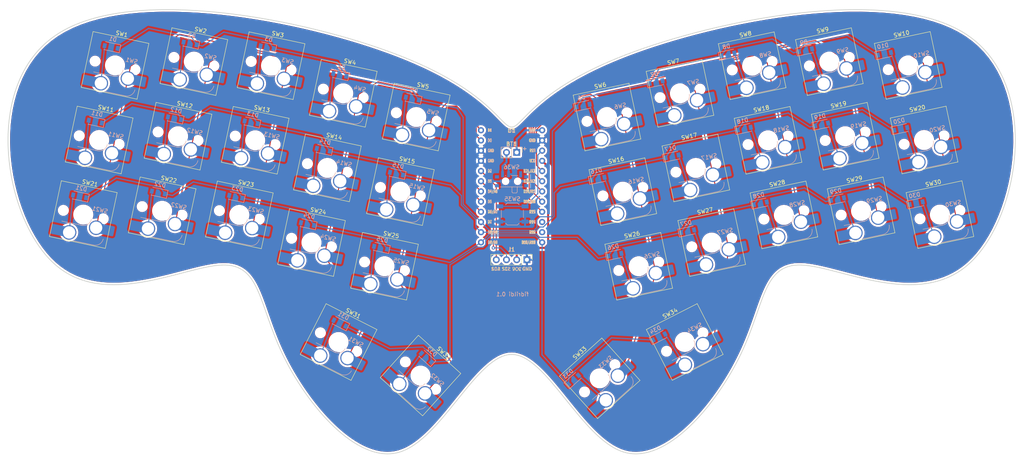
<source format=kicad_pcb>
(kicad_pcb (version 20211014) (generator pcbnew)
  (layers (0 "F.Cu" signal) (31 "B.Cu" signal) (34 "B.Paste" user) (35 "F.Paste" user) (36 "B.SilkS" user "B.Silkscreen") (37 "F.SilkS" user "F.Silkscreen") (38 "B.Mask" user) (39 "F.Mask" user) (44 "Edge.Cuts" user))
  (net 0 "")
  (net 1 "vbatt")
  (net 2 "Net-(BT1-Pad2)")
  (net 3 "row0")
  (net 4 "Net-(D1-Pad2)")
  (net 5 "Net-(D2-Pad2)")
  (net 6 "Net-(D3-Pad2)")
  (net 7 "Net-(D4-Pad2)")
  (net 8 "Net-(D5-Pad2)")
  (net 9 "Net-(D6-Pad2)")
  (net 10 "Net-(D7-Pad2)")
  (net 11 "Net-(D8-Pad2)")
  (net 12 "Net-(D9-Pad2)")
  (net 13 "Net-(D10-Pad2)")
  (net 14 "row1")
  (net 15 "Net-(D11-Pad2)")
  (net 16 "Net-(D12-Pad2)")
  (net 17 "Net-(D13-Pad2)")
  (net 18 "Net-(D14-Pad2)")
  (net 19 "Net-(D15-Pad2)")
  (net 20 "Net-(D16-Pad2)")
  (net 21 "Net-(D17-Pad2)")
  (net 22 "Net-(D18-Pad2)")
  (net 23 "Net-(D19-Pad2)")
  (net 24 "Net-(D20-Pad2)")
  (net 25 "row2")
  (net 26 "Net-(D21-Pad2)")
  (net 27 "Net-(D22-Pad2)")
  (net 28 "Net-(D23-Pad2)")
  (net 29 "Net-(D24-Pad2)")
  (net 30 "Net-(D25-Pad2)")
  (net 31 "Net-(D26-Pad2)")
  (net 32 "Net-(D27-Pad2)")
  (net 33 "Net-(D28-Pad2)")
  (net 34 "Net-(D29-Pad2)")
  (net 35 "Net-(D30-Pad2)")
  (net 36 "row3")
  (net 37 "Net-(D31-Pad2)")
  (net 38 "Net-(D32-Pad2)")
  (net 39 "Net-(D33-Pad2)")
  (net 40 "Net-(D34-Pad2)")
  (net 41 "GND")
  (net 42 "VCC")
  (net 43 "col0")
  (net 44 "col1")
  (net 45 "col2")
  (net 46 "col3")
  (net 47 "col4")
  (net 48 "col5")
  (net 49 "col6")
  (net 50 "col7")
  (net 51 "col8")
  (net 52 "col9")
  (net 53 "reset")
  (net 55 "SCL")
  (net 56 "SDA")
  (footprint "footprints:SW_Hotswap_Kailh_MX_plated_1.00u" (layer "F.Cu") (at 41.156775 93.999341 -12)
    (fp_text reference "SW21")
    (fp_text value "SW_Push")
  )
  (footprint "footprints:SW_Hotswap_Kailh_MX_plated_1.00u" (layer "F.Cu") (at 234.720322 93.064805 12)
    (fp_text reference "SW29")
    (fp_text value "SW_Push")
  )
  (footprint "footprints:SW_Hotswap_Kailh_MX_plated_1.00u" (layer "F.Cu") (at 211.56146 75.49588 12)
    (fp_text reference "SW18")
    (fp_text value "SW_Push")
  )
  (footprint "footprints:battery-reversible" (layer "F.Cu") (at 148.155 76.8125)
    (fp_text reference "BT1")
    (fp_text value "Battery")
  )
  (footprint "footprints:SW_Hotswap_Kailh_MX_plated_1.00u" (layer "F.Cu") (at 190.83 125.74 27)
    (fp_text reference "SW34")
    (fp_text value "SW_Push")
  )
  (footprint "footprints:SW_Hotswap_Kailh_MX_plated_1.00u" (layer "F.Cu") (at 193.600391 82.380645 12)
    (fp_text reference "SW17")
    (fp_text value "SW_Push")
  )
  (footprint "footprints:SW_Hotswap_Kailh_MX_plated_1.00u" (layer "F.Cu") (at 175.43141 88.287262 12)
    (fp_text reference "SW16")
    (fp_text value "SW_Push")
  )
  (footprint "footprints:SW_Hotswap_Kailh_MX_plated_1.00u" (layer "F.Cu") (at 215.511782 94.080684 12)
    (fp_text reference "SW28")
    (fp_text value "SW_Push")
  )
  (footprint "footprints:SW_Hotswap_Kailh_MX_plated_1.00u" (layer "F.Cu") (at 171.481 69.702 12)
    (fp_text reference "SW6")
    (fp_text value "SW_Push")
  )
  (footprint "footprints:SW_Hotswap_Kailh_MX_plated_1.00u" (layer "F.Cu") (at 68.681783 55.889317 -12)
    (fp_text reference "SW2")
    (fp_text value "SW_Push")
  )
  (footprint "footprints:SW_Hotswap_Kailh_MX_plated_1.00u" (layer "F.Cu") (at 120.07005 88.281383 -12)
    (fp_text reference "SW15")
    (fp_text value "SW_Push")
  )
  (footprint "footprints:SW_Hotswap_Kailh_MX_plated_1.00u" (layer "F.Cu") (at 246.44404 56.835612 12)
    (fp_text reference "SW10")
    (fp_text value "SW_Push")
  )
  (footprint "footprints:SW_Hotswap_Kailh_MX_plated_1.50u" (layer "F.Cu") (at 125.46 134.44 -42)
    (fp_text reference "SW32")
    (fp_text value "SW_Push")
  )
  (footprint "footprints:SW_Hotswap_Kailh_MX_plated_1.00u" (layer "F.Cu") (at 254.344685 94.005221 12)
    (fp_text reference "SW30")
    (fp_text value "SW_Push")
  )
  (footprint "footprints:SW_Hotswap_Kailh_MX_plated_1.00u" (layer "F.Cu") (at 97.950747 100.95957 -12)
    (fp_text reference "SW24")
    (fp_text value "SW_Push")
  )
  (footprint "footprints:SW_Hotswap_Kailh_MX_plated_1.00u" (layer "F.Cu") (at 189.650069 63.79584 12)
    (fp_text reference "SW7")
    (fp_text value "SW_Push")
  )
  (footprint "footprints:SW_Hotswap_Kailh_MX_plated_1.00u" (layer "F.Cu") (at 230.77 74.48 12)
    (fp_text reference "SW19")
    (fp_text value "SW_Push")
  )
  (footprint "Connector_PinHeader_2.54mm:PinHeader_1x04_P2.54mm_Vertical" (layer "F.Cu") (at 151.55 105.25 -90)
    (fp_text reference "J1")
    (fp_text value "OLED")
  )
  (footprint "footprints:SW_Hotswap_Kailh_MX_plated_1.00u" (layer "F.Cu") (at 179.381732 106.872066 12)
    (fp_text reference "SW26")
    (fp_text value "SW_Push")
  )
  (footprint "footprints:SW_Hotswap_Kailh_MX_plated_1.00u" (layer "F.Cu") (at 60.781138 93.058926 -12)
    (fp_text reference "SW22")
    (fp_text value "SW_Push")
  )
  (footprint "footprints:SW_Hotswap_Kailh_MX_plated_1.00u" (layer "F.Cu") (at 87.890322 56.905196 -12)
    (fp_text reference "SW3")
    (fp_text value "SW_Push")
  )
  (footprint "footprints:SW_Hotswap_Kailh_MX_plated_1.00u" (layer "F.Cu") (at 49.05742 56.829733 -12)
    (fp_text reference "SW1")
    (fp_text value "SW_Push")
  )
  (footprint "footprints:SW_Hotswap_Kailh_MX_plated_1.00u" (layer "F.Cu") (at 105.851391 63.789961 -12)
    (fp_text reference "SW4")
    (fp_text value "SW_Push")
  )
  (footprint "footprints:SW_Hotswap_Kailh_MX_plated_1.00u" (layer "F.Cu") (at 207.611138 56.911075 12)
    (fp_text reference "SW8")
    (fp_text value "SW_Push")
  )
  (footprint "footprints:SW_Hotswap_Kailh_MX_plated_1.00u" (layer "F.Cu") (at 197.550713 100.965449 12)
    (fp_text reference "SW27")
    (fp_text value "SW_Push")
  )
  (footprint "footprints:SW_Hotswap_Kailh_MX_plated_1.00u" (layer "F.Cu") (at 124.020372 69.696578 -12)
    (fp_text reference "SW5")
    (fp_text value "SW_Push")
  )
  (footprint "footprints:SW_Hotswap_Kailh_MX_plated_1.00u" (layer "F.Cu") (at 64.73146 74.474121 -12)
    (fp_text reference "SW12")
    (fp_text value "SW_Push")
  )
  (footprint "footprints:SW_Hotswap_Kailh_MX_plated_1.00u" (layer "F.Cu") (at 116.119728 106.866187 -12)
    (fp_text reference "SW25")
    (fp_text value "SW_Push")
  )
  (footprint "footprints:SW_Hotswap_Kailh_MX_plated_1.00u" (layer "F.Cu") (at 104.68 125.75 -27)
    (fp_text reference "SW31")
    (fp_text value "SW_Push")
  )
  (footprint "footprints:SW_Hotswap_Kailh_MX_plated_1.00u" (layer "F.Cu") (at 45.107098 75.414537 -12)
    (fp_text reference "SW11")
    (fp_text value "SW_Push")
  )
  (footprint "footprints:SW_Hotswap_Kailh_MX_plated_1.00u" (layer "F.Cu") (at 83.94 75.49 -12)
    (fp_text reference "SW13")
    (fp_text value "SW_Push")
  )
  (footprint "footprints:SW_Hotswap_Kailh_MX_plated_1.00u" (layer "F.Cu") (at 101.901069 82.374765 -12)
    (fp_text reference "SW14")
    (fp_text value "SW_Push")
  )
  (footprint "footprints:SW_Hotswap_Kailh_MX_plated_1.00u" (layer "F.Cu") (at 79.989678 94.074805 -12)
    (fp_text reference "SW23")
    (fp_text value "SW_Push")
  )
  (footprint "footprints:SW_Hotswap_Kailh_MX_plated_1.00u" (layer "F.Cu") (at 226.819678 55.895196 12)
    (fp_text reference "SW9")
    (fp_text value "SW_Push")
  )
  (footprint "footprints:SW_Hotswap_Kailh_MX_plated_1.50u" (layer "F.Cu") (at 170.04 134.44 42)
    (fp_text reference "SW33")
    (fp_text value "SW_Push")
  )
  (footprint "footprints:SW_Hotswap_Kailh_MX_plated_1.00u" (layer "F.Cu") (at 250.394363 75.420416 12)
    (fp_text reference "SW20")
    (fp_text value "SW_Push")
  )
  (footprint "footprints:D_SOD-123_LEFT" (layer "B.Cu") (at 79.09 89.55 168)
    (fp_text reference "D23")
    (fp_text value "1N4148W")
  )
  (footprint "footprints:D_SOD-123_LEFT" (layer "B.Cu") (at 104.99 121.05 153)
    (fp_text reference "D31")
    (fp_text value "1N4148W")
  )
  (footprint "footprints:D_SOD-123_LEFT" (layer "B.Cu") (at 100.89 77.85 168)
    (fp_text reference "D14")
    (fp_text value "1N4148W")
  )
  (footprint "footprints:D_SOD-123_LEFT" (layer "B.Cu") (at 86.89 52.3 168)
    (fp_text reference "D3")
    (fp_text value "1N4148W")
  )
  (footprint "footprints:D_SOD-123_RIGHT" (layer "B.Cu") (at 163.14 135.15 42)
    (fp_text reference "D33")
    (fp_text value "1N4148W")
  )
  (footprint "footprints:D_SOD-123_RIGHT" (layer "B.Cu") (at 201.59 54.1 12)
    (fp_text reference "D8")
    (fp_text value "1N4148W")
  )
  (footprint "footprints:D_SOD-123_RIGHT" (layer "B.Cu") (at 220.89 53.05 12)
    (fp_text reference "D9")
    (fp_text value "1N4148W")
  )
  (footprint "footprints:D_SOD-123_LEFT" (layer "B.Cu") (at 67.74 51.35 168)
    (fp_text reference "D2")
    (fp_text value "1N4148W")
  )
  (footprint "footprints:D_SOD-123_RIGHT" (layer "B.Cu") (at 228.84 90.15 12)
    (fp_text reference "D29")
    (fp_text value "1N4148W")
  )
  (footprint "footprints:D_SOD-123_LEFT" (layer "B.Cu") (at 96.94 96.35 168)
    (fp_text reference "D24")
    (fp_text value "1N4148W")
  )
  (footprint "footprints:D_SOD-123_RIGHT" (layer "B.Cu") (at 224.89 71.55 12)
    (fp_text reference "D19")
    (fp_text value "1N4148W")
  )
  (footprint "footprints:D_SOD-123_RIGHT" (layer "B.Cu") (at 184.44 124.5 27)
    (fp_text reference "D34")
    (fp_text value "1N4148W")
  )
  (footprint "footprints:D_SOD-123_LEFT" (layer "B.Cu") (at 44.14 70.85 168)
    (fp_text reference "D11")
    (fp_text value "1N4148W")
  )
  (footprint "footprints:D_SOD-123_RIGHT" (layer "B.Cu") (at 240.54 53.95 12)
    (fp_text reference "D10")
    (fp_text value "1N4148W")
  )
  (footprint "footprints:D_SOD-123_RIGHT" (layer "B.Cu") (at 244.59 72.65 12)
    (fp_text reference "D20")
    (fp_text value "1N4148W")
  )
  (footprint "footprints:D_SOD-123_LEFT" (layer "B.Cu") (at 40.24 89.45 168)
    (fp_text reference "D21")
    (fp_text value "1N4148W")
  )
  (footprint "footprints:D_SOD-123_RIGHT" (layer "B.Cu") (at 187.69 79.5 12)
    (fp_text reference "D17")
    (fp_text value "1N4148W")
  )
  (footprint "footprints:D_SOD-123_LEFT" (layer "B.Cu") (at 115.14 102.25 168)
    (fp_text reference "D25")
    (fp_text value "1N4148W")
  )
  (footprint "footprints:D_SOD-123_RIGHT" (layer "B.Cu") (at 169.24 85.05 12)
    (fp_text reference "D16")
    (fp_text value "1N4148W")
  )
  (footprint "footprints:D_SOD-123_LEFT" (layer "B.Cu") (at 123.04 65.1 168)
    (fp_text reference "D5")
    (fp_text value "1N4148W")
  )
  (footprint "footprints:D_SOD-123_LEFT" (layer "B.Cu") (at 82.94 71 168)
    (fp_text reference "D13")
    (fp_text value "1N4148W")
  )
  (footprint "footprints:SW_SPDT_PCM12" (layer "B.Cu") (at 147.74 85.375 180)
    (fp_text reference "SW36")
    (fp_text value "SW_SPDT")
  )
  (footprint "footprints:D_SOD-123_RIGHT" (layer "B.Cu") (at 173.44 104 12)
    (fp_text reference "D26")
    (fp_text value "1N4148W")
  )
  (footprint "footprints:D_SOD-123_LEFT" (layer "B.Cu") (at 59.84 88.5 168)
    (fp_text reference "D22")
    (fp_text value "1N4148W")
  )
  (footprint "footprints:D_SOD-123_RIGHT" (layer "B.Cu") (at 248.44 91.15 12)
    (fp_text reference "D30")
    (fp_text value "1N4148W")
  )
  (footprint "footprints:D_SOD-123_LEFT" (layer "B.Cu") (at 126.54 129.65 138)
    (fp_text reference "D32")
    (fp_text value "1N4148W")
  )
  (footprint "footprints:nice-nano" (layer "B.Cu") (at 147.74 87.465 180)
    (fp_text reference "U1")
    (fp_text value "Val**")
  )
  (footprint "footprints:D_SOD-123_LEFT" (layer "B.Cu") (at 48.09 52.25 168)
    (fp_text reference "D1")
    (fp_text value "1N4148W")
  )
  (footprint "footprints:D_SOD-123_RIGHT" (layer "B.Cu") (at 165.54 66.85 12)
    (fp_text reference "D6")
    (fp_text value "1N4148W")
  )
  (footprint "footprints:D_SOD-123_RIGHT" (layer "B.Cu") (at 205.64 72.6 12)
    (fp_text reference "D18")
    (fp_text value "1N4148W")
  )
  (footprint "footprints:D_SOD-123_RIGHT" (layer "B.Cu") (at 209.64 91.2 12)
    (fp_text reference "D28")
    (fp_text value "1N4148W")
  )
  (footprint "footprints:D_SOD-123_LEFT" (layer "B.Cu") (at 104.99 59.2 168)
    (fp_text reference "D4")
    (fp_text value "1N4148W")
  )
  (footprint "Button_Switch_SMD:SW_SPST_TL3342" (layer "B.Cu") (at 147.94 93.85 180)
    (fp_text reference "SW35")
    (fp_text value "SW_Push")
  )
  (footprint "footprints:D_SOD-123_LEFT" (layer "B.Cu") (at 63.84 70 168)
    (fp_text reference "D12")
    (fp_text value "1N4148W")
  )
  (footprint "footprints:D_SOD-123_RIGHT" (layer "B.Cu") (at 183.69 61 12)
    (fp_text reference "D7")
    (fp_text value "1N4148W")
  )
  (footprint "footprints:D_SOD-123_LEFT" (layer "B.Cu") (at 119.09 83.8 168)
    (fp_text reference "D15")
    (fp_text value "1N4148W")
  )
  (footprint "footprints:D_SOD-123_RIGHT" (layer "B.Cu") (at 191.54 98.15 12)
    (fp_text reference "D27")
    (fp_text value "1N4148W")
  )
  (gr_curve (pts (xy 147.762176 72.199752) (xy 145.080686 72.199822) (xy 142.398426 63.093382) (xy 119.471856 54.228002)) (layer "Edge.Cuts") (width 0.2))
  (gr_curve (pts (xy 147.762196 128.840202) (xy 156.452876 128.840292) (xy 165.143276 150.068002) (xy 175.724036 153.189542)) (layer "Edge.Cuts") (width 0.2))
  (gr_curve (pts (xy 119.800266 153.189552) (xy 130.381026 150.068002) (xy 139.071516 128.840112) (xy 147.762196 128.840202)) (layer "Edge.Cuts") (width 0.2))
  (gr_curve (pts (xy 90.753326 128.806422) (xy 96.749426 141.326852) (xy 109.219516 156.311092) (xy 119.800266 153.189552)) (layer "Edge.Cuts") (width 0.2))
  (gr_curve (pts (xy 261.576586 106.275552) (xy 274.161756 94.930552) (xy 279.740796 61.519332) (xy 260.944616 49.126902)) (layer "Edge.Cuts") (width 0.2))
  (gr_curve (pts (xy 33.947726 106.275552) (xy 46.532906 117.620552) (xy 66.123036 106.897982) (xy 75.679486 106.564362)) (layer "Edge.Cuts") (width 0.2))
  (gr_curve (pts (xy 219.844826 106.564362) (xy 229.401276 106.897982) (xy 248.991406 117.620552) (xy 261.576586 106.275552)) (layer "Edge.Cuts") (width 0.2))
  (gr_curve (pts (xy 260.944616 49.126902) (xy 242.148436 36.734482) (xy 198.979026 45.362622) (xy 176.052106 54.229192)) (layer "Edge.Cuts") (width 0.2))
  (gr_curve (pts (xy 175.724036 153.189542) (xy 186.304796 156.311092) (xy 198.774886 141.326852) (xy 204.770986 128.806422)) (layer "Edge.Cuts") (width 0.2))
  (gr_curve (pts (xy 119.471856 54.228002) (xy 96.545286 45.362622) (xy 53.375876 36.734482) (xy 34.579696 49.126902)) (layer "Edge.Cuts") (width 0.2))
  (gr_curve (pts (xy 176.052106 54.229192) (xy 153.125186 63.095762) (xy 150.443676 72.199682) (xy 147.762176 72.199752)) (layer "Edge.Cuts") (width 0.2))
  (gr_line (start 175.724036 153.189542) (end 175.724036 153.189542) (layer "Edge.Cuts") (width 0.2))
  (gr_curve (pts (xy 204.770986 128.806422) (xy 210.767086 116.285992) (xy 210.288386 106.230742) (xy 219.844826 106.564362)) (layer "Edge.Cuts") (width 0.2))
  (gr_curve (pts (xy 75.679486 106.564362) (xy 85.235926 106.230742) (xy 84.757226 116.285992) (xy 90.753326 128.806422)) (layer "Edge.Cuts") (width 0.2))
  (gr_curve (pts (xy 34.579696 49.126902) (xy 15.783512 61.519332) (xy 21.362552 94.930552) (xy 33.947726 106.275552)) (layer "Edge.Cuts") (width 0.2))
  (gr_text "GND" (at 151.69 107.55) (layer "B.SilkS") (effects (font (size 0.8 0.8) (thickness 0.12)) (justify mirror)))
  (gr_text "SDA" (at 143.84 107.55) (layer "B.SilkS") (effects (font (size 0.8 0.8) (thickness 0.12)) (justify mirror)))
  (gr_text "J1" (at 147.69 102.7) (layer "B.SilkS") (effects (font (size 1 1)) (justify mirror)))
  (gr_text "SCL" (at 146.39 107.55) (layer "B.SilkS") (effects (font (size 0.8 0.8) (thickness 0.12)) (justify mirror)))
  (gr_text "VCC" (at 149.04 107.55) (layer "B.SilkS") (effects (font (size 0.8 0.8) (thickness 0.12)) (justify mirror)))
  (gr_text "fidrildi 0.1" (at 147.94 113.85) (layer "B.SilkS") (effects (font (size 1 1)) (justify mirror)))
  (gr_text "VCC" (at 149.04 107.6) (layer "F.SilkS") (effects (font (size 0.8 0.8) (thickness 0.12))))
  (gr_text "GND" (at 151.59 107.55) (layer "F.SilkS") (effects (font (size 0.8 0.8) (thickness 0.12))))
  (gr_text "SCL" (at 146.39 107.55) (layer "F.SilkS") (effects (font (size 0.8 0.8) (thickness 0.12))))
  (gr_text "SDA" (at 143.79 107.55) (layer "F.SilkS") (effects (font (size 0.8 0.8) (thickness 0.12))))
  (segment (start 151.253 72.987) (end 149.015 75.225) (width 0.5) (layer "B.Cu") (net 1))
  (segment (start 155.3486 72.987) (end 151.253 72.987) (width 0.5) (layer "B.Cu") (net 1))
  (segment (start 149.015 75.225) (end 149.015 78.5125) (width 0.5) (layer "B.Cu") (net 1))
  (segment (start 145.49 81.95) (end 145.49 83.945) (width 0.5) (layer "B.Cu") (net 2))
  (segment (start 146.475 80.965) (end 145.49 81.95) (width 0.5) (layer "B.Cu") (net 2))
  (segment (start 146.475 78.5125) (end 146.475 80.965) (width 0.5) (layer "B.Cu") (net 2))
  (segment (start 106.603944 59.543054) (end 123.112176 63.077824) (width 0.25) (layer "B.Cu") (net 3))
  (segment (start 106.603944 59.543054) (end 104.314419 56.025581) (width 0.25) (layer "B.Cu") (net 3))
  (segment (start 70.791229 51.998771) (end 76.113225 48.526775) (width 0.25) (layer "B.Cu") (net 3))
  (segment (start 157.546442 94.55) (end 157.89 94.206442) (width 0.25) (layer "B.Cu") (net 3))
  (segment (start 199.976056 54.443054) (end 201.102052 52.712052) (width 0.25) (layer "B.Cu") (net 3))
  (segment (start 135.69 69.75) (end 135.69 91.4084) (width 0.25) (layer "B.Cu") (net 3))
  (segment (start 68.191234 49.898766) (end 57.39426 47.60426) (width 0.25) (layer "B.Cu") (net 3))
  (segment (start 69.353944 51.693054) (end 70.791229 51.998771) (width 0.25) (layer "B.Cu") (net 3))
  (segment (start 154.04 97.214282) (end 154.04 95.3) (width 0.25) (layer "B.Cu") (net 3))
  (segment (start 238.926056 54.293054) (end 231.258947 49.318947) (width 0.25) (layer "B.Cu") (net 3))
  (segment (start 219.276056 53.393054) (end 217.919782 53.679782) (width 0.25) (layer "B.Cu") (net 3))
  (segment (start 163.926056 67.193054) (end 165.416464 64.876464) (width 0.25) (layer "B.Cu") (net 3))
  (segment (start 154.04 95.3) (end 154.79 94.55) (width 0.25) (layer "B.Cu") (net 3))
  (segment (start 49.703944 52.593054) (end 57.39426 47.60426) (width 0.25) (layer "B.Cu") (net 3))
  (segment (start 87.380982 50.909018) (end 76.113225 48.526775) (width 0.25) (layer "B.Cu") (net 3))
  (segment (start 157.89 73.22911) (end 163.926056 67.193054) (width 0.25) (layer "B.Cu") (net 3))
  (segment (start 88.503944 52.643054) (end 87.380982 50.909018) (width 0.25) (layer "B.Cu") (net 3))
  (segment (start 135.69 91.4084) (end 140.1286 95.847) (width 0.25) (layer "B.Cu") (net 3))
  (segment (start 134.20677 67.48323) (end 135.69 69.75) (width 0.25) (layer "B.Cu") (net 3))
  (segment (start 124.653944 65.443054) (end 134.20677 67.48323) (width 0.25) (layer "B.Cu") (net 3))
  (segment (start 219.276056 53.393054) (end 220.419896 51.629896) (width 0.25) (layer "B.Cu") (net 3))
  (segment (start 124.653944 65.443054) (end 123.112176 63.077824) (width 0.25) (layer "B.Cu") (net 3))
  (segment (start 217.919782 53.679782) (end 212.637852 50.247852) (width 0.25) (layer "B.Cu") (net 3))
  (segment (start 154.79 94.55) (end 157.546442 94.55) (width 0.25) (layer "B.Cu") (net 3))
  (segment (start 69.353944 51.693054) (end 68.191234 49.898766) (width 0.25) (layer "B.Cu") (net 3))
  (segment (start 182.076056 61.343054) (end 165.416464 64.876464) (width 0.25) (layer "B.Cu") (net 3))
  (segment (start 201.102052 52.712052) (end 212.637852 50.247852) (width 0.25) (layer "B.Cu") (net 3))
  (segment (start 182.076056 61.343054) (end 184.418481 57.728481) (width 0.25) (layer "B.Cu") (net 3))
  (segment (start 153.316802 97.93748) (end 154.04 97.214282) (width 0.25) (layer "B.Cu") (net 3))
  (segment (start 220.419896 51.629896) (end 231.258947 49.318947) (width 0.25) (layer "B.Cu") (net 3))
  (segment (start 142.21908 97.93748) (end 153.316802 97.93748) (width 0.25) (layer "B.Cu") (net 3))
  (segment (start 88.503944 52.643054) (end 104.314419 56.025581) (width 0.25) (layer "B.Cu") (net 3))
  (segment (start 199.976056 54.443054) (end 184.418481 57.728481) (width 0.25) (layer "B.Cu") (net 3))
  (segment (start 157.89 94.206442) (end 157.89 73.22911) (width 0.25) (layer "B.Cu") (net 3))
  (segment (start 140.1286 95.847) (end 142.21908 97.93748) (width 0.25) (layer "B.Cu") (net 3))
  (segment (start 46.476056 51.906946) (end 45.516734 61.270627) (width 0.25) (layer "B.Cu") (net 4))
  (segment (start 66.126056 51.006946) (end 65.141097 60.330211) (width 0.25) (layer "B.Cu") (net 5))
  (segment (start 85.276056 51.956946) (end 84.349636 61.34609) (width 0.25) (layer "B.Cu") (net 6))
  (segment (start 103.376056 58.856946) (end 102.310705 68.230855) (width 0.25) (layer "B.Cu") (net 7))
  (segment (start 121.426056 64.756946) (end 120.479686 74.137472) (width 0.25) (layer "B.Cu") (net 8))
  (segment (start 167.153944 66.506946) (end 170.052696 75.199086) (width 0.25) (layer "B.Cu") (net 9))
  (segment (start 185.303944 60.656946) (end 188.221765 69.292926) (width 0.25) (layer "B.Cu") (net 10))
  (segment (start 203.203944 53.756946) (end 206.182834 62.408161) (width 0.25) (layer "B.Cu") (net 11))
  (segment (start 222.503944 52.706946) (end 225.391374 61.392282) (width 0.25) (layer "B.Cu") (net 12))
  (segment (start 242.153944 53.606946) (end 245.015736 62.332698) (width 0.25) (layer "B.Cu") (net 13))
  (segment (start 221.960491 72.170491) (end 216.589583 68.699583) (width 0.25) (layer "B.Cu") (net 14))
  (segment (start 45.753944 71.193054) (end 53.220484 66.369516) (width 0.25) (layer "B.Cu") (net 14))
  (segment (start 153.503 98.387) (end 154.79 97.1) (width 0.25) (layer "B.Cu") (net 14))
  (segment (start 224.419732 70.129732) (end 235.050139 67.860139) (width 0.25) (layer "B.Cu") (net 14))
  (segment (start 84.553944 71.343054) (end 83.407282 69.582718) (width 0.25) (layer "B.Cu") (net 14))
  (segment (start 158.33952 88.600676) (end 159.890098 87.050098) (width 0.25) (layer "B.Cu") (net 14))
  (segment (start 138.89 97.1484) (end 138.89 95.244117) (width 0.25) (layer "B.Cu") (net 14))
  (segment (start 140.1286 98.387) (end 153.503 98.387) (width 0.25) (layer "B.Cu") (net 14))
  (segment (start 65.453944 70.343054) (end 64.819509 68.820491) (width 0.25) (layer "B.Cu") (net 14))
  (segment (start 205.209518 71.119518) (end 216.589583 68.699583) (width 0.25) (layer "B.Cu") (net 14))
  (segment (start 84.553944 71.343054) (end 100.220066 74.669934) (width 0.25) (layer "B.Cu") (net 14))
  (segment (start 102.503944 78.193054) (end 119.125252 81.714748) (width 0.25) (layer "B.Cu") (net 14))
  (segment (start 186.076056 79.843054) (end 168.878464 83.488464) (width 0.25) (layer "B.Cu") (net 14))
  (segment (start 135.24048 89.268316) (end 132.681082 86.708918) (width 0.25) (layer "B.Cu") (net 14))
  (segment (start 135.24048 91.594597) (end 135.24048 89.268316) (width 0.25) (layer "B.Cu") (net 14))
  (segment (start 64.819509 68.820491) (end 53.220484 66.369516) (width 0.25) (layer "B.Cu") (net 14))
  (segment (start 204.026056 72.943054) (end 205.209518 71.119518) (width 0.25) (layer "B.Cu") (net 14))
  (segment (start 167.626056 85.393054) (end 168.878464 83.488464) (width 0.25) (layer "B.Cu") (net 14))
  (segment (start 204.026056 72.943054) (end 188.422739 76.232739) (width 0.25) (layer "B.Cu") (net 14))
  (segment (start 65.453944 70.343054) (end 67.509088 70.780912) (width 0.25) (layer "B.Cu") (net 14))
  (segment (start 140.1286 98.387) (end 138.89 97.1484) (width 0.25) (layer "B.Cu") (net 14))
  (segment (start 138.89 95.244117) (end 135.24048 91.594597) (width 0.25) (layer "B.Cu") (net 14))
  (segment (start 223.276056 71.893054) (end 224.419732 70.129732) (width 0.25) (layer "B.Cu") (net 14))
  (segment (start 155.63216 97.1) (end 158.33952 94.39264) (width 0.25) (layer "B.Cu") (net 14))
  (segment (start 186.076056 79.843054) (end 188.422739 76.232739) (width 0.25) (layer "B.Cu") (net 14))
  (segment (start 132.681082 86.708918) (end 120.703944 84.143054) (width 0.25) (layer "B.Cu") (net 14))
  (segment (start 242.976056 72.993054) (end 235.050139 67.860139) (width 0.25) (layer "B.Cu") (net 14))
  (segment (start 120.703944 84.143054) (end 119.125252 81.714748) (width 0.25) (layer "B.Cu") (net 14))
  (segment (start 67.509088 70.780912) (end 72.808045 67.331955) (width 0.25) (layer "B.Cu") (net 14))
  (segment (start 223.276056 71.893054) (end 221.960491 72.170491) (width 0.25) (layer "B.Cu") (net 14))
  (segment (start 159.890098 87.050098) (end 167.626056 85.393054) (width 0.25) (layer "B.Cu") (net 14))
  (segment (start 83.407282 69.582718) (end 72.808045 67.331955) (width 0.25) (layer "B.Cu") (net 14))
  (segment (start 154.79 97.1) (end 155.63216 97.1) (width 0.25) (layer "B.Cu") (net 14))
  (segment (start 158.33952 94.39264) (end 158.33952 88.600676) (width 0.25) (layer "B.Cu") (net 14))
  (segment (start 102.503944 78.193054) (end 100.220066 74.669934) (width 0.25) (layer "B.Cu") (net 14))
  (segment (start 42.526056 70.506946) (end 41.566412 79.855431) (width 0.25) (layer "B.Cu") (net 15))
  (segment (start 62.226056 69.656946) (end 61.190774 78.915015) (width 0.25) (layer "B.Cu") (net 16))
  (segment (start 81.326056 70.656946) (end 80.399314 79.930894) (width 0.25) (layer "B.Cu") (net 17))
  (segment (start 99.276056 77.506946) (end 98.360383 86.815659) (width 0.25) (layer "B.Cu") (net 18))
  (segment (start 117.476056 83.456946) (end 116.529364 92.722277) (width 0.25) (layer "B.Cu") (net 19))
  (segment (start 170.853944 84.706946) (end 174.003106 93.784348) (width 0.25) (layer "B.Cu") (net 20))
  (segment (start 189.303944 79.156946) (end 192.172087 87.877731) (width 0.25) (layer "B.Cu") (net 21))
  (segment (start 207.253944 72.256946) (end 210.133156 80.992966) (width 0.25) (layer "B.Cu") (net 22))
  (segment (start 226.503944 71.206946) (end 229.341696 79.977086) (width 0.25) (layer "B.Cu") (net 23))
  (segment (start 246.203944 72.306946) (end 248.966059 80.917502) (width 0.25) (layer "B.Cu") (net 24))
  (segment (start 169.315069 104.875069) (end 171.826056 104.343054) (width 0.25) (layer "B.Cu") (net 25))
  (segment (start 60.386276 87.203724) (end 49.410963 84.879037) (width 0.25) (layer "B.Cu") (net 25))
  (segment (start 171.826056 104.343054) (end 173.35444 101.98556) (width 0.25) (layer "B.Cu") (net 25))
  (segment (start 116.753944 102.593054) (end 115.213183 100.226817) (width 0.25) (layer "B.Cu") (net 25))
  (segment (start 189.926056 98.493054) (end 173.35444 101.98556) (width 0.25) (layer "B.Cu") (net 25))
  (segment (start 209.151988 89.811988) (end 220.642194 87.352194) (width 0.25) (layer "B.Cu") (net 25))
  (segment (start 98.553944 96.693054) (end 115.213183 100.226817) (width 0.25) (layer "B.Cu") (net 25))
  (segment (start 208.026056 91.543054) (end 192.240041 94.900041) (width 0.25) (layer "B.Cu") (net 25))
  (segment (start 80.703944 89.893054) (end 79.616834 88.223166) (width 0.25) (layer "B.Cu") (net 25))
  (segment (start 80.703944 89.893054) (end 96.309396 93.230604) (width 0.25) (layer "B.Cu") (net 25))
  (segment (start 246.826056 91.493054) (end 239.151055 86.511055) (width 0.25) (layer "B.Cu") (net 25))
  (segment (start 61.453944 88.843054) (end 60.386276 87.203724) (width 0.25) (layer "B.Cu") (net 25))
  (segment (start 41.853944 89.793054) (end 49.410963 84.879037) (width 0.25) (layer "B.Cu") (net 25))
  (segment (start 208.026056 91.543054) (end 209.151988 89.811988) (width 0.25) (layer "B.Cu") (net 25))
  (segment (start 225.911056 90.771056) (end 220.642194 87.352194) (width 0.25) (layer "B.Cu") (net 25))
  (segment (start 63.334153 89.244153) (end 68.523589 85.866411) (width 0.25) (layer "B.Cu") (net 25))
  (segment (start 164.09 99.65) (end 169.315069 104.875069) (width 0.25) (layer "B.Cu") (net 25))
  (segment (start 189.926056 98.493054) (end 192.240041 94.900041) (width 0.25) (layer "B.Cu") (net 25))
  (segment (start 140.1286 100.927) (end 132.400493 105.939507) (width 0.25) (layer "B.Cu") (net 25))
  (segment (start 153.94 98.85) (end 154.74 99.65) (width 0.25) (layer "B.Cu") (net 25))
  (segment (start 154.74 99.65) (end 164.09 99.65) (width 0.25) (layer "B.Cu") (net 25))
  (segment (start 227.226056 90.493054) (end 228.313166 88.823166) (width 0.25) (layer "B.Cu") (net 25))
  (segment (start 98.553944 96.693054) (end 96.309396 93.230604) (width 0.25) (layer "B.Cu") (net 25))
  (segment (start 79.616834 88.223166) (end 68.523589 85.866411) (width 0.25) (layer "B.Cu") (net 25))
  (segment (start 140.1286 100.927) (end 142.2056 98.85) (width 0.25) (layer "B.Cu") (net 25))
  (segment (start 227.226056 90.493054) (end 225.911056 90.771056) (width 0.25) (layer "B.Cu") (net 25))
  (segment (start 142.2056 98.85) (end 153.94 98.85) (width 0.25) (layer "B.Cu") (net 25))
  (segment (start 61.453944 88.843054) (end 63.334153 89.244153) (width 0.25) (layer "B.Cu") (net 25))
  (segment (start 116.753944 102.593054) (end 132.400493 105.939507) (width 0.25) (layer "B.Cu") (net 25))
  (segment (start 228.313166 88.823166) (end 239.151055 86.511055) (width 0.25) (layer "B.Cu") (net 25))
  (segment (start 38.626056 89.106946) (end 37.616089 98.440235) (width 0.25) (layer "B.Cu") (net 26))
  (segment (start 58.226056 88.156946) (end 57.240452 97.49982) (width 0.25) (layer "B.Cu") (net 27))
  (segment (start 77.476056 89.206946) (end 76.448992 98.515699) (width 0.25) (layer "B.Cu") (net 28))
  (segment (start 95.326056 96.006946) (end 94.410061 105.400464) (width 0.25) (layer "B.Cu") (net 29))
  (segment (start 113.526056 101.906946) (end 112.579042 111.307081) (width 0.25) (layer "B.Cu") (net 30))
  (segment (start 175.053944 103.656946) (end 177.953428 112.369152) (width 0.25) (layer "B.Cu") (net 31))
  (segment (start 193.153944 97.806946) (end 196.122409 106.462535) (width 0.25) (layer "B.Cu") (net 32))
  (segment (start 211.253944 90.856946) (end 214.083478 99.57777) (width 0.25) (layer "B.Cu") (net 33))
  (segment (start 230.453944 89.806946) (end 233.292018 98.561891) (width 0.25) (layer "B.Cu") (net 34))
  (segment (start 250.053944 90.806946) (end 252.916381 99.502307) (width 0.25) (layer "B.Cu") (net 35))
  (segment (start 153.72112 99.29952) (end 142.49048 99.29952) (width 0.25) (layer "B.Cu") (net 36))
  (segment (start 155.3486 100.927) (end 153.72112 99.29952) (width 0.25) (layer "B.Cu") (net 36))
  (segment (start 132.421911 129.831911) (end 132.403793 106.513793) (width 0.25) (layer "B.Cu") (net 36))
  (segment (start 127.766189 130.754066) (end 127.661244 128.778756) (width 0.25) (layer "B.Cu") (net 36))
  (segment (start 127.766189 130.754066) (end 131.770249 130.530249) (width 0.25) (layer "B.Cu") (net 36))
  (segment (start 106.460161 121.799084) (end 117.440418 127.399582) (width 0.25) (layer "B.Cu") (net 36))
  (segment (start 161.913811 136.254066) (end 162.019691 134.229691) (width 0.25) (layer "B.Cu") (net 36))
  (segment (start 155.3486 100.927) (end 155.313048 128.926952) (width 0.25) (layer "B.Cu") (net 36))
  (segment (start 125.661733 126.978267) (end 117.440418 127.399582) (width 0.25) (layer "B.Cu") (net 36))
  (segment (start 162.019691 134.229691) (end 172.596851 124.706851) (width 0.25) (layer "B.Cu") (net 36))
  (segment (start 141.29 101.45) (end 140.658898 102.081102) (width 0.25) (layer "B.Cu") (net 36))
  (segment (start 131.770249 130.530249) (end 132.421911 129.831911) (width 0.25) (layer "B.Cu") (net 36))
  (segment (start 141.29 100.5) (end 141.29 101.45) (width 0.25) (layer "B.Cu") (net 36))
  (segment (start 140.471102 102.081102) (end 139.19 102.1) (width 0.25) (layer "B.Cu") (net 36))
  (segment (start 140.658898 102.081102) (end 140.471102 102.081102) (width 0.25) (layer "B.Cu") (net 36))
  (segment (start 139.19 102.1) (end 132.403793 106.513793) (width 0.25) (layer "B.Cu") (net 36))
  (segment (start 161.913811 136.254066) (end 155.313048 128.926952) (width 0.25) (layer "B.Cu") (net 36))
  (segment (start 127.661244 128.778756) (end 125.661733 126.978267) (width 0.25) (layer "B.Cu") (net 36))
  (segment (start 182.969839 125.249084) (end 172.596851 124.706851) (width 0.25) (layer "B.Cu") (net 36))
  (segment (start 142.49048 99.29952) (end 141.29 100.5) (width 0.25) (layer "B.Cu") (net 36))
  (segment (start 103.519839 120.300916) (end 100.110572 129.123177) (width 0.25) (layer "B.Cu") (net 37))
  (segment (start 125.313811 128.545934) (end 119.787533 136.181759) (width 0.25) (layer "B.Cu") (net 38))
  (segment (start 164.366189 134.045934) (end 171.179283 140.263456) (width 0.25) (layer "B.Cu") (net 39))
  (segment (start 185.910161 123.750916) (end 190.873115 131.419449) (width 0.25) (layer "B.Cu") (net 40))
  (segment (start 156.84 101.45) (end 155.99 102.3) (width 0.5) (layer "F.Cu") (net 42))
  (segment (start 149.01 103.78) (end 149.01 105.25) (width 0.5) (layer "F.Cu") (net 42))
  (segment (start 150.49 102.3) (end 149.01 103.78) (width 0.5) (layer "F.Cu") (net 42))
  (segment (start 156.84 82.0984) (end 156.84 101.45) (width 0.5) (layer "F.Cu") (net 42))
  (segment (start 155.99 102.3) (end 150.49 102.3) (width 0.5) (layer "F.Cu") (net 42))
  (segment (start 155.3486 80.607) (end 156.84 82.0984) (width 0.5) (layer "F.Cu") (net 42))
  (segment (start 52.256067 60.106371) (end 48.305745 78.691175) (width 0.25) (layer "F.Cu") (net 43))
  (segment (start 139.38952 68.50924) (end 134.66014 63.77986) (width 0.25) (layer "F.Cu") (net 43))
  (segment (start 65.168807 49.071193) (end 52.910908 57.020908) (width 0.25) (layer "F.Cu") (net 43))
  (segment (start 48.305745 78.691175) (end 44.355422 97.275979) (width 0.25) (layer "F.Cu") (net 43))
  (segment (start 140.1286 72.987) (end 139.38952 72.24792) (width 0.25) (layer "F.Cu") (net 43))
  (segment (start 139.38952 72.24792) (end 139.38952 68.50924) (width 0.25) (layer "F.Cu") (net 43))
  (segment (start 52.910908 57.020908) (end 52.256067 60.106371) (width 0.25) (layer "F.Cu") (net 43))
  (segment (start 65.168807 49.071193) (end 134.66014 63.77986) (width 0.25) (layer "F.Cu") (net 43))
  (segment (start 78.397889 52.336897) (end 78.303103 52.336897) (width 0.25) (layer "F.Cu") (net 44))
  (segment (start 72.536243 56.096243) (end 71.88043 59.165955) (width 0.25) (layer "F.Cu") (net 44))
  (segment (start 71.88043 59.165955) (end 67.930107 77.750759) (width 0.25) (layer "F.Cu") (net 44))
  (segment (start 78.303103 52.336897) (end 72.536243 56.096243) (width 0.25) (layer "F.Cu") (net 44))
  (segment (start 138.94 74.3384) (end 138.94 68.7) (width 0.25) (layer "F.Cu") (net 44))
  (segment (start 67.930107 77.750759) (end 63.979785 96.335564) (width 0.25) (layer "F.Cu") (net 44))
  (segment (start 140.1286 75.527) (end 138.94 74.3384) (width 0.25) (layer "F.Cu") (net 44))
  (segment (start 134.471316 64.231316) (end 78.397889 52.336897) (width 0.25) (layer "F.Cu") (net 44))
  (segment (start 138.94 68.7) (end 134.471316 64.231316) (width 0.25) (layer "F.Cu") (net 44))
  (segment (start 91.088969 60.181834) (end 87.138647 78.766638) (width 0.25) (layer "F.Cu") (net 45))
  (segment (start 91.728689 57.188689) (end 91.088969 60.181834) (width 0.25) (layer "F.Cu") (net 45))
  (segment (start 87.138647 78.766638) (end 83.188325 97.351443) (width 0.25) (layer "F.Cu") (net 45))
  (segment (start 140.1286 88.227) (end 138.49048 86.58888) (width 0.25) (layer "F.Cu") (net 45))
  (segment (start 93.494185 56.045815) (end 91.728689 57.188689) (width 0.25) (layer "F.Cu") (net 45))
  (segment (start 93.702063 56.045815) (end 93.494185 56.045815) (width 0.25) (layer "F.Cu") (net 45))
  (segment (start 138.49048 86.58888) (end 138.49048 68.95048) (width 0.25) (layer "F.Cu") (net 45))
  (segment (start 134.175392 64.635392) (end 93.702063 56.045815) (width 0.25) (layer "F.Cu") (net 45))
  (segment (start 138.49048 68.95048) (end 134.175392 64.635392) (width 0.25) (layer "F.Cu") (net 45))
  (segment (start 105.099716 85.651403) (end 101.149394 104.236208) (width 0.25) (layer "F.Cu") (net 46))
  (segment (start 109.686882 64.046882) (end 109.050038 67.066599) (width 0.25) (layer "F.Cu") (net 46))
  (segment (start 109.050038 67.066599) (end 105.099716 85.651403) (width 0.25) (layer "F.Cu") (net 46))
  (segment (start 133.940129 65.050129) (end 114.575635 60.945147) (width 0.25) (layer "F.Cu") (net 46))
  (segment (start 140.1286 90.767) (end 138.04096 88.67936) (width 0.25) (layer "F.Cu") (net 46))
  (segment (start 106.921599 129.74286) (end 111.676253 120.413747) (width 0.25) (layer "F.Cu") (net 46))
  (segment (start 114.444853 60.945147) (end 109.686882 64.046882) (width 0.25) (layer "F.Cu") (net 46))
  (segment (start 101.149394 104.236208) (end 111.676253 120.413747) (width 0.25) (layer "F.Cu") (net 46))
  (segment (start 138.04096 69.15096) (end 133.940129 65.050129) (width 0.25) (layer "F.Cu") (net 46))
  (segment (start 114.575635 60.945147) (end 114.444853 60.945147) (width 0.25) (layer "F.Cu") (net 46))
  (segment (start 138.04096 88.67936) (end 138.04096 69.15096) (width 0.25) (layer "F.Cu") (net 46))
  (segment (start 134.39 66.2) (end 131.59 66.2) (width 0.25) (layer "F.Cu") (net 47))
  (segment (start 140.1286 93.307) (end 137.59144 90.76984) (width 0.25) (layer "F.Cu") (net 47))
  (segment (start 123.268697 91.558021) (end 119.318375 110.142825) (width 0.25) (layer "F.Cu") (net 47))
  (segment (start 126.206095 138.54315) (end 132.909642 131.080358) (width 0.25) (layer "F.Cu") (net 47))
  (segment (start 127.862414 69.927586) (end 127.219019 72.973216) (width 0.25) (layer "F.Cu") (net 47))
  (segment (start 131.59 66.2) (end 127.862414 69.927586) (width 0.25) (layer "F.Cu") (net 47))
  (segment (start 137.59144 90.76984) (end 137.59144 69.40144) (width 0.25) (layer "F.Cu") (net 47))
  (segment (start 127.219019 72.973216) (end 123.268697 91.558021) (width 0.25) (layer "F.Cu") (net 47))
  (segment (start 137.59144 69.40144) (end 134.39 66.2) (width 0.25) (layer "F.Cu") (net 47))
  (segment (start 119.318375 110.142825) (end 132.909642 131.080358) (width 0.25) (layer "F.Cu") (net 47))
  (segment (start 155.3486 83.147) (end 153.94 81.7384) (width 0.25) (layer "F.Cu") (net 48))
  (segment (start 183.63657 108.564417) (end 176.234328 132.294328) (width 0.25) (layer "F.Cu") (net 48))
  (segment (start 175.735838 71.394351) (end 179.686248 89.979613) (width 0.25) (layer "F.Cu") (net 48))
  (segment (start 175.252145 69.137855) (end 175.735838 71.394351) (width 0.25) (layer "F.Cu") (net 48))
  (segment (start 174.198661 134.126888) (end 176.234328 132.294328) (width 0.25) (layer "F.Cu") (net 48))
  (segment (start 153.94 72.85) (end 161.54 65.25) (width 0.25) (layer "F.Cu") (net 48))
  (segment (start 167.356698 64.008302) (end 161.54 65.25) (width 0.25) (layer "F.Cu") (net 48))
  (segment (start 153.94 81.7384) (end 153.94 72.85) (width 0.25) (layer "F.Cu") (net 48))
  (segment (start 167.356698 64.008302) (end 175.252145 69.137855) (width 0.25) (layer "F.Cu") (net 48))
  (segment (start 179.686248 89.979613) (end 183.63657 108.564417) (width 0.25) (layer "F.Cu") (net 48))
  (segment (start 201.805551 102.6578) (end 198.017289 124.927289) (width 0.25) (layer "F.Cu") (net 49))
  (segment (start 161.315 64.825) (end 187.4023 59.2877) (width 0.25) (layer "F.Cu") (net 49))
  (segment (start 193.407363 63.182637) (end 193.904907 65.488191) (width 0.25) (layer "F.Cu") (net 49))
  (segment (start 193.904907 65.488191) (end 197.855229 84.072996) (width 0.25) (layer "F.Cu") (net 49))
  (segment (start 197.855229 84.072996) (end 201.805551 102.6578) (width 0.25) (layer "F.Cu") (net 49))
  (segment (start 187.4023 59.2877) (end 193.407363 63.182637) (width 0.25) (layer "F.Cu") (net 49))
  (segment (start 153.49048 72.64952) (end 161.315 64.825) (width 0.25) (layer "F.Cu") (net 49))
  (segment (start 155.3486 85.687) (end 153.49048 83.82888) (width 0.25) (layer "F.Cu") (net 49))
  (segment (start 153.49048 83.82888) (end 153.49048 72.64952) (width 0.25) (layer "F.Cu") (net 49))
  (segment (start 195.377871 126.273453) (end 198.017289 124.927289) (width 0.25) (layer "F.Cu") (net 49))
  (segment (start 211.357743 56.232257) (end 211.865976 58.603426) (width 0.25) (layer "F.Cu") (net 50))
  (segment (start 153.04096 72.44904) (end 161.09 64.4) (width 0.25) (layer "F.Cu") (net 50))
  (segment (start 153.04096 85.91936) (end 153.04096 72.44904) (width 0.25) (layer "F.Cu") (net 50))
  (segment (start 215.816298 77.188231) (end 219.76662 95.773035) (width 0.25) (layer "F.Cu") (net 50))
  (segment (start 211.865976 58.603426) (end 215.816298 77.188231) (width 0.25) (layer "F.Cu") (net 50))
  (segment (start 161.09 64.4) (end 208.366627 54.298373) (width 0.25) (layer "F.Cu") (net 50))
  (segment (start 208.366627 54.298373) (end 211.357743 56.232257) (width 0.25) (layer "F.Cu") (net 50))
  (segment (start 155.3486 88.227) (end 153.04096 85.91936) (width 0.25) (layer "F.Cu") (net 50))
  (segment (start 230.59466 55.34534) (end 231.074516 57.587547) (width 0.25) (layer "F.Cu") (net 51))
  (segment (start 223.33935 50.62565) (end 230.59466 55.34534) (width 0.25) (layer "F.Cu") (net 51))
  (segment (start 160.865 63.975) (end 223.33935 50.62565) (width 0.25) (layer "F.Cu") (net 51))
  (segment (start 235.024838 76.172351) (end 238.97516 94.757156) (width 0.25) (layer "F.Cu") (net 51))
  (segment (start 152.59144 88.00984) (end 152.59144 72.24856) (width 0.25) (layer "F.Cu") (net 51))
  (segment (start 155.3486 90.767) (end 152.59144 88.00984) (width 0.25) (layer "F.Cu") (net 51))
  (segment (start 231.074516 57.587547) (end 235.024838 76.172351) (width 0.25) (layer "F.Cu") (net 51))
  (segment (start 152.59144 72.24856) (end 160.865 63.975) (width 0.25) (layer "F.Cu") (net 51))
  (segment (start 155.3486 93.307) (end 152.14192 90.10032) (width 0.25) (layer "F.Cu") (net 52))
  (segment (start 160.503187 63.588187) (end 236.426739 47.363261) (width 0.25) (layer "F.Cu") (net 52))
  (segment (start 152.14192 90.10032) (end 152.14192 71.949454) (width 0.25) (layer "F.Cu") (net 52))
  (segment (start 254.649201 77.112767) (end 258.599523 95.697572) (width 0.25) (layer "F.Cu") (net 52))
  (segment (start 152.14192 71.949454) (end 160.503187 63.588187) (width 0.25) (layer "F.Cu") (net 52))
  (segment (start 250.698878 58.527963) (end 254.649201 77.112767) (width 0.25) (layer "F.Cu") (net 52))
  (segment (start 236.426739 47.363261) (end 250.224832 56.315168) (width 0.25) (layer "F.Cu") (net 52))
  (segment (start 250.224832 56.315168) (end 250.698878 58.527963) (width 0.25) (layer "F.Cu") (net 52))
  (segment (start 154.262089 88.777911) (end 151.09 91.95) (width 0.25) (layer "B.Cu") (net 53))
  (segment (start 154.262089 79.153511) (end 154.262089 88.777911) (width 0.25) (layer "B.Cu") (net 53))
  (segment (start 154.262089 79.153511) (end 155.3486 78.067) (width 0.25) (layer "B.Cu") (net 53))
  (segment (start 151.09 91.95) (end 144.79 91.95) (width 0.25) (layer "B.Cu") (net 53))
  (segment (start 140.1286 85.687) (end 143.2055 88.7639) (width 0.25) (layer "F.Cu") (net 55))
  (segment (start 143.2055 88.7639) (end 143.2055 102.3) (width 0.25) (layer "F.Cu") (net 55))
  (via (at 143.2055 102.3) (size 0.8) (drill 0.4) (layers "F.Cu" "B.Cu") (net 55))
  (segment (start 146.47 103.73) (end 146.47 105.25) (width 0.25) (layer "B.Cu") (net 55))
  (segment (start 145.04 102.3) (end 146.47 103.73) (width 0.25) (layer "B.Cu") (net 55))
  (segment (start 143.2055 102.3) (end 145.04 102.3) (width 0.25) (layer "B.Cu") (net 55))
  (segment (start 143.93 86.9484) (end 143.93 105.25) (width 0.25) (layer "F.Cu") (net 56))
  (segment (start 140.1286 83.147) (end 143.93 86.9484) (width 0.25) (layer "F.Cu") (net 56))
  (zone (net 41) (net_name "GND") (layers F&B.Cu) (connect_pads (clearance 0.508)) (min_thickness 0.254) (fill yes (thermal_gap 0.508) (thermal_bridge_width 0.508))
    (polygon (pts (xy 275.270883 155.429181) (xy 20.423216 155.668676) (xy 20.46232 40.539442) (xy 275.269987 40.539947)))
  )
)
</source>
